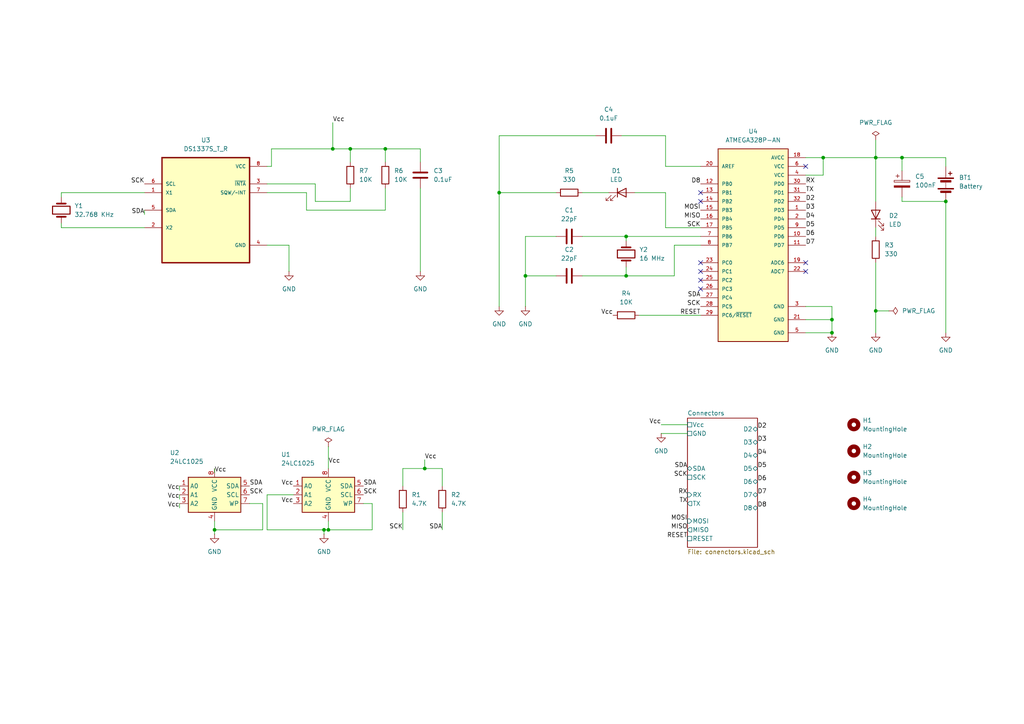
<source format=kicad_sch>
(kicad_sch (version 20231120) (generator "eeschema") (generator_version "8.0")
  (paper "A4")
  (title_block (title "${project_name}") (date "2024-09-19") (rev "1"))
  (lib_symbols
    (symbol "ATMEGA328P-AN:ATMEGA328P-AN" (pin_names (offset 1.016))
      (property "Reference" "U4" (at 0 33.02 0))
      (property "Value" "ATMEGA328P-AN" (at 0 30.48 0))
      (symbol "ATMEGA328P-AN_0_0"
        (rectangle (start -10.16 -27.94) (end 10.16 27.94) (stroke (width 0.254)) (fill (type background)))
        (pin bidirectional line (at 15.24 10.16 180) (length 5.08) (name "PD3") (number "1"))
        (pin bidirectional line (at 15.24 2.54 180) (length 5.08) (name "PD6") (number "10"))
        (pin bidirectional line (at 15.24 0 180) (length 5.08) (name "PD7") (number "11"))
        (pin bidirectional line (at -15.24 17.78 0) (length 5.08) (name "PB0") (number "12"))
        (pin bidirectional line (at -15.24 15.24 0) (length 5.08) (name "PB1") (number "13"))
        (pin bidirectional line (at -15.24 12.7 0) (length 5.08) (name "PB2") (number "14"))
        (pin bidirectional line (at -15.24 10.16 0) (length 5.08) (name "PB3") (number "15"))
        (pin bidirectional line (at -15.24 7.62 0) (length 5.08) (name "PB4") (number "16"))
        (pin bidirectional line (at -15.24 5.08 0) (length 5.08) (name "PB5") (number "17"))
        (pin power_in line (at 15.24 25.4 180) (length 5.08) (name "AVCC") (number "18"))
        (pin bidirectional line (at 15.24 -5.08 180) (length 5.08) (name "ADC6") (number "19"))
        (pin bidirectional line (at 15.24 7.62 180) (length 5.08) (name "PD4") (number "2"))
        (pin input line (at -15.24 22.86 0) (length 5.08) (name "AREF") (number "20"))
        (pin power_in line (at 15.24 -21.59 180) (length 5.08) (name "GND") (number "21"))
        (pin bidirectional line (at 15.24 -7.62 180) (length 5.08) (name "ADC7") (number "22"))
        (pin bidirectional line (at -15.24 -5.08 0) (length 5.08) (name "PC0") (number "23"))
        (pin bidirectional line (at -15.24 -7.62 0) (length 5.08) (name "PC1") (number "24"))
        (pin bidirectional line (at -15.24 -10.16 0) (length 5.08) (name "PC2") (number "25"))
        (pin bidirectional line (at -15.24 -12.7 0) (length 5.08) (name "PC3") (number "26"))
        (pin bidirectional line (at -15.24 -15.24 0) (length 5.08) (name "PC4") (number "27"))
        (pin bidirectional line (at -15.24 -17.78 0) (length 5.08) (name "PC5") (number "28"))
        (pin bidirectional line (at -15.24 -20.32 0) (length 5.08) (name "PC6/~{RESET}") (number "29"))
        (pin power_in line (at 15.24 -17.78 180) (length 5.08) (name "GND") (number "3"))
        (pin bidirectional line (at 15.24 17.78 180) (length 5.08) (name "PD0") (number "30"))
        (pin bidirectional line (at 15.24 15.24 180) (length 5.08) (name "PD1") (number "31"))
        (pin bidirectional line (at 15.24 12.7 180) (length 5.08) (name "PD2") (number "32"))
        (pin power_in line (at 15.24 20.32 180) (length 5.08) (name "VCC") (number "4"))
        (pin power_in line (at 15.24 -25.4 180) (length 5.08) (name "GND") (number "5"))
        (pin power_in line (at 15.24 22.86 180) (length 5.08) (name "VCC") (number "6"))
        (pin bidirectional line (at -15.24 2.54 0) (length 5.08) (name "PB6") (number "7"))
        (pin bidirectional line (at -15.24 0 0) (length 5.08) (name "PB7") (number "8"))
        (pin bidirectional line (at 15.24 5.08 180) (length 5.08) (name "PD5") (number "9"))
      )
    )
    (symbol "DS1337S_T_R:DS1337S_T_R" (pin_names (offset 1.016))
      (property "Reference" "U" (at -12.7 16.24 0))
      (property "Value" "DS1337S_T_R" (at -12.7 -19.24 0))
      (symbol "DS1337S_T_R_0_0"
        (rectangle (start -12.7 -15.24) (end 12.7 15.24) (stroke (width 0.41)) (fill (type background)))
        (pin input line (at -17.78 5.08 0) (length 5.08) (name "X1") (number "1"))
        (pin bidirectional line (at -17.78 -5.08 0) (length 5.08) (name "X2") (number "2"))
        (pin output line (at 17.78 7.62 180) (length 5.08) (name "~{INTA}") (number "3"))
        (pin power_in line (at 17.78 -10.16 180) (length 5.08) (name "GND") (number "4"))
        (pin bidirectional line (at -17.78 0 0) (length 5.08) (name "SDA") (number "5"))
        (pin input line (at -17.78 7.62 0) (length 5.08) (name "SCL") (number "6"))
        (pin output line (at 17.78 5.08 180) (length 5.08) (name "SQW/~INT") (number "7"))
        (pin power_in line (at 17.78 12.7 180) (length 5.08) (name "VCC") (number "8"))
      )
    )
    (symbol "Device:Battery" (pin_numbers hide) (pin_names (offset 0) hide)
      (property "Reference" "BT" (at 2.54 2.54 0))
      (property "Value" "Battery" (at 2.54 0 0))
      (symbol "Battery_0_1"
        (rectangle (start -2.286 -1.27) (end 2.286 -1.524) (fill (type outline)))
        (rectangle (start -2.286 1.778) (end 2.286 1.524) (fill (type outline)))
        (rectangle (start -1.524 -2.032) (end 1.524 -2.54) (fill (type outline)))
        (rectangle (start -1.524 1.016) (end 1.524 0.508) (fill (type outline)))
        (polyline (pts (xy 0 -1.016) (xy 0 -0.762)))
        (polyline (pts (xy 0 -0.508) (xy 0 -0.254)))
        (polyline (pts (xy 0 0) (xy 0 0.254)))
        (polyline (pts (xy 0 1.778) (xy 0 2.54)))
        (polyline (pts (xy 0.762 3.048) (xy 1.778 3.048)) (stroke (width 0.254)))
        (polyline (pts (xy 1.27 3.556) (xy 1.27 2.54)) (stroke (width 0.254)))
      )
      (symbol "Battery_1_1"
        (pin passive line (at 0 5.08 270) (length 2.54) (name "+") (number "1"))
        (pin passive line (at 0 -5.08 90) (length 2.54) (name "-") (number "2"))
      )
    )
    (symbol "Device:C" (pin_numbers hide) (pin_names (offset 0.254))
      (property "Reference" "C" (at 0.635 2.54 0))
      (property "Value" "C" (at 0.635 -2.54 0))
      (symbol "C_0_1"
        (polyline (pts (xy -2.032 -0.762) (xy 2.032 -0.762)) (stroke (width 0.508)))
        (polyline (pts (xy -2.032 0.762) (xy 2.032 0.762)) (stroke (width 0.508)))
      )
      (symbol "C_1_1"
        (pin passive line (at 0 3.81 270) (length 2.794) (name "~") (number "1"))
        (pin passive line (at 0 -3.81 90) (length 2.794) (name "~") (number "2"))
      )
    )
    (symbol "Device:C_Polarized" (pin_numbers hide) (pin_names (offset 0.254))
      (property "Reference" "C" (at 0.635 2.54 0))
      (property "Value" "C_Polarized" (at 0.635 -2.54 0))
      (symbol "C_Polarized_0_1"
        (rectangle (start -2.286 0.508) (end 2.286 1.016))
        (polyline (pts (xy -1.778 2.286) (xy -0.762 2.286)))
        (polyline (pts (xy -1.27 2.794) (xy -1.27 1.778)))
        (rectangle (start 2.286 -0.508) (end -2.286 -1.016) (fill (type outline)))
      )
      (symbol "C_Polarized_1_1"
        (pin passive line (at 0 3.81 270) (length 2.794) (name "~") (number "1"))
        (pin passive line (at 0 -3.81 90) (length 2.794) (name "~") (number "2"))
      )
    )
    (symbol "Device:Crystal" (pin_numbers hide) (pin_names (offset 1.016) hide)
      (property "Reference" "Y" (at 0 3.81 0))
      (property "Value" "Crystal" (at 0 -3.81 0))
      (symbol "Crystal_0_1"
        (rectangle (start -1.143 2.54) (end 1.143 -2.54) (stroke (width 0.3048)))
        (polyline (pts (xy -2.54 0) (xy -1.905 0)))
        (polyline (pts (xy -1.905 -1.27) (xy -1.905 1.27)) (stroke (width 0.508)))
        (polyline (pts (xy 1.905 -1.27) (xy 1.905 1.27)) (stroke (width 0.508)))
        (polyline (pts (xy 2.54 0) (xy 1.905 0)))
      )
      (symbol "Crystal_1_1"
        (pin passive line (at -3.81 0 0) (length 1.27) (name "1") (number "1"))
        (pin passive line (at 3.81 0 180) (length 1.27) (name "2") (number "2"))
      )
    )
    (symbol "Device:LED" (pin_numbers hide) (pin_names (offset 1.016) hide)
      (property "Reference" "D" (at 0 2.54 0))
      (property "Value" "LED" (at 0 -2.54 0))
      (symbol "LED_0_1"
        (polyline (pts (xy -1.27 -1.27) (xy -1.27 1.27)) (stroke (width 0.254)))
        (polyline (pts (xy -1.27 0) (xy 1.27 0)))
        (polyline (pts (xy 1.27 -1.27) (xy 1.27 1.27) (xy -1.27 0) (xy 1.27 -1.27)) (stroke (width 0.254)))
        (polyline (pts (xy -3.048 -0.762) (xy -4.572 -2.286) (xy -3.81 -2.286) (xy -4.572 -2.286) (xy -4.572 -1.524)))
        (polyline (pts (xy -1.778 -0.762) (xy -3.302 -2.286) (xy -2.54 -2.286) (xy -3.302 -2.286) (xy -3.302 -1.524)))
      )
      (symbol "LED_1_1"
        (pin passive line (at -3.81 0 0) (length 2.54) (name "K") (number "1"))
        (pin passive line (at 3.81 0 180) (length 2.54) (name "A") (number "2"))
      )
    )
    (symbol "Device:R" (pin_numbers hide) (pin_names (offset 0))
      (property "Reference" "R" (at 2.032 0 90))
      (property "Value" "R" (at 0 0 90))
      (symbol "R_0_1"
        (rectangle (start -1.016 -2.54) (end 1.016 2.54) (stroke (width 0.254)))
      )
      (symbol "R_1_1"
        (pin passive line (at 0 3.81 270) (length 1.27) (name "~") (number "1"))
        (pin passive line (at 0 -3.81 90) (length 1.27) (name "~") (number "2"))
      )
    )
    (symbol "Mechanical:MountingHole" (pin_names (offset 1.016)) (exclude_from_sim yes) (in_bom no)
      (property "Reference" "H" (at 0 5.08 0))
      (property "Value" "MountingHole" (at 0 3.175 0))
      (symbol "MountingHole_0_1"
        (circle (center 0 0) (radius 1.27) (stroke (width 1.27)))
      )
    )
    (symbol "Memory_EEPROM:24LC1025"
      (property "Reference" "U" (at -6.35 6.35 0))
      (property "Value" "24LC1025" (at 1.27 6.35 0))
      (symbol "24LC1025_1_1"
        (rectangle (start -7.62 5.08) (end 7.62 -5.08) (stroke (width 0.254)) (fill (type background)))
        (pin input line (at -10.16 2.54 0) (length 2.54) (name "A0") (number "1"))
        (pin input line (at -10.16 0 0) (length 2.54) (name "A1") (number "2"))
        (pin input line (at -10.16 -2.54 0) (length 2.54) (name "A2") (number "3"))
        (pin power_in line (at 0 -7.62 90) (length 2.54) (name "GND") (number "4"))
        (pin bidirectional line (at 10.16 2.54 180) (length 2.54) (name "SDA") (number "5"))
        (pin input line (at 10.16 0 180) (length 2.54) (name "SCL") (number "6"))
        (pin input line (at 10.16 -2.54 180) (length 2.54) (name "WP") (number "7"))
        (pin power_in line (at 0 7.62 270) (length 2.54) (name "VCC") (number "8"))
      )
    )
    (symbol "power:GND" (power) (pin_numbers hide) (pin_names (offset 0) hide)
      (property "Value" "GND" (at 0 -3.81 0))
      (symbol "GND_0_1"
        (polyline (pts (xy 0 0) (xy 0 -1.27) (xy 1.27 -1.27) (xy 0 -2.54) (xy -1.27 -1.27) (xy 0 -1.27)))
      )
      (symbol "GND_1_1"
        (pin power_in line (at 0 0 270) (length 0) (name "~") (number "1"))
      )
    )
    (symbol "power:PWR_FLAG" (power) (pin_numbers hide) (pin_names (offset 0) hide)
      (property "Value" "PWR_FLAG" (at 0 3.81 0))
      (symbol "PWR_FLAG_0_0"
        (pin power_out line (at 0 0 90) (length 0) (name "~") (number "1"))
      )
      (symbol "PWR_FLAG_0_1"
        (polyline (pts (xy 0 0) (xy 0 1.27) (xy -1.016 1.905) (xy 0 2.54) (xy 1.016 1.905) (xy 0 1.27)))
      )
    )
  )
  (junction (at 62.23 153.67))
  (junction (at 96.52 43.18))
  (junction (at 241.3 92.71))
  (junction (at 181.61 68.58))
  (junction (at 254 90.17))
  (junction (at 111.76 43.18))
  (junction (at 241.3 96.52))
  (junction (at 93.98 153.67))
  (junction (at 101.6 43.18))
  (junction (at 274.32 58.42))
  (junction (at 181.61 80.01))
  (junction (at 261.62 45.72))
  (junction (at 123.19 135.89))
  (junction (at 144.78 55.88))
  (junction (at 95.25 153.67))
  (junction (at 254 45.72))
  (junction (at 152.4 80.01))
  (junction (at 238.76 45.72))
  (no_connect (at 233.68 76.2))
  (no_connect (at 203.2 78.74))
  (no_connect (at 233.68 78.74))
  (no_connect (at 203.2 81.28))
  (no_connect (at 203.2 83.82))
  (no_connect (at 233.68 48.26))
  (no_connect (at 203.2 76.2))
  (no_connect (at 203.2 58.42))
  (no_connect (at 203.2 55.88))
  (wire (pts (xy 96.52 35.56) (xy 96.52 43.18)))
  (wire (pts (xy 52.07 146.05) (xy 52.07 147.32)))
  (wire (pts (xy 116.84 148.59) (xy 116.84 153.67)))
  (wire (pts (xy 144.78 39.37) (xy 144.78 55.88)))
  (wire (pts (xy 62.23 151.13) (xy 62.23 153.67)))
  (wire (pts (xy 161.29 80.01) (xy 152.4 80.01)))
  (wire (pts (xy 184.15 55.88) (xy 193.04 55.88)))
  (wire (pts (xy 107.95 146.05) (xy 107.95 153.67)))
  (wire (pts (xy 168.91 68.58) (xy 181.61 68.58)))
  (wire (pts (xy 77.47 53.34) (xy 91.44 53.34)))
  (wire (pts (xy 96.52 43.18) (xy 101.6 43.18)))
  (wire (pts (xy 17.78 66.04) (xy 41.91 66.04)))
  (wire (pts (xy 72.39 146.05) (xy 76.2 146.05)))
  (wire (pts (xy 233.68 92.71) (xy 241.3 92.71)))
  (wire (pts (xy 191.77 123.19) (xy 199.39 123.19)))
  (wire (pts (xy 111.76 54.61) (xy 111.76 60.96)))
  (wire (pts (xy 78.74 43.18) (xy 96.52 43.18)))
  (wire (pts (xy 261.62 58.42) (xy 274.32 58.42)))
  (wire (pts (xy 261.62 45.72) (xy 274.32 45.72)))
  (wire (pts (xy 181.61 69.85) (xy 181.61 68.58)))
  (wire (pts (xy 78.74 48.26) (xy 77.47 48.26)))
  (wire (pts (xy 233.68 88.9) (xy 241.3 88.9)))
  (wire (pts (xy 261.62 57.15) (xy 261.62 58.42)))
  (wire (pts (xy 128.27 135.89) (xy 128.27 140.97)))
  (wire (pts (xy 121.92 54.61) (xy 121.92 78.74)))
  (wire (pts (xy 52.07 143.51) (xy 52.07 144.78)))
  (wire (pts (xy 123.19 133.35) (xy 123.19 135.89)))
  (wire (pts (xy 95.25 129.54) (xy 95.25 135.89)))
  (wire (pts (xy 193.04 39.37) (xy 193.04 48.26)))
  (wire (pts (xy 254 66.04) (xy 254 68.58)))
  (wire (pts (xy 62.23 135.89) (xy 62.23 137.16)))
  (wire (pts (xy 107.95 153.67) (xy 95.25 153.67)))
  (wire (pts (xy 168.91 80.01) (xy 181.61 80.01)))
  (wire (pts (xy 274.32 58.42) (xy 274.32 96.52)))
  (wire (pts (xy 116.84 140.97) (xy 116.84 135.89)))
  (wire (pts (xy 144.78 55.88) (xy 144.78 88.9)))
  (wire (pts (xy 77.47 153.67) (xy 93.98 153.67)))
  (wire (pts (xy 52.07 140.97) (xy 52.07 142.24)))
  (wire (pts (xy 195.58 71.12) (xy 195.58 80.01)))
  (wire (pts (xy 17.78 64.77) (xy 17.78 66.04)))
  (wire (pts (xy 254 76.2) (xy 254 90.17)))
  (wire (pts (xy 77.47 55.88) (xy 88.9 55.88)))
  (wire (pts (xy 105.41 146.05) (xy 107.95 146.05)))
  (wire (pts (xy 254 90.17) (xy 257.81 90.17)))
  (wire (pts (xy 121.92 43.18) (xy 121.92 46.99)))
  (wire (pts (xy 203.2 71.12) (xy 195.58 71.12)))
  (wire (pts (xy 95.25 151.13) (xy 95.25 153.67)))
  (wire (pts (xy 41.91 60.96) (xy 41.91 62.23)))
  (wire (pts (xy 128.27 148.59) (xy 128.27 153.67)))
  (wire (pts (xy 78.74 48.26) (xy 78.74 43.18)))
  (wire (pts (xy 191.77 125.73) (xy 199.39 125.73)))
  (wire (pts (xy 238.76 50.8) (xy 238.76 45.72)))
  (wire (pts (xy 161.29 68.58) (xy 152.4 68.58)))
  (wire (pts (xy 233.68 96.52) (xy 241.3 96.52)))
  (wire (pts (xy 168.91 55.88) (xy 176.53 55.88)))
  (wire (pts (xy 193.04 48.26) (xy 203.2 48.26)))
  (wire (pts (xy 116.84 135.89) (xy 123.19 135.89)))
  (wire (pts (xy 254 45.72) (xy 261.62 45.72)))
  (wire (pts (xy 233.68 45.72) (xy 238.76 45.72)))
  (wire (pts (xy 172.72 39.37) (xy 144.78 39.37)))
  (wire (pts (xy 88.9 60.96) (xy 111.76 60.96)))
  (wire (pts (xy 83.82 71.12) (xy 83.82 78.74)))
  (wire (pts (xy 101.6 58.42) (xy 101.6 54.61)))
  (wire (pts (xy 193.04 55.88) (xy 193.04 66.04)))
  (wire (pts (xy 233.68 50.8) (xy 238.76 50.8)))
  (wire (pts (xy 101.6 43.18) (xy 111.76 43.18)))
  (wire (pts (xy 123.19 135.89) (xy 128.27 135.89)))
  (wire (pts (xy 62.23 153.67) (xy 62.23 154.94)))
  (wire (pts (xy 152.4 68.58) (xy 152.4 80.01)))
  (wire (pts (xy 195.58 80.01) (xy 181.61 80.01)))
  (wire (pts (xy 101.6 46.99) (xy 101.6 43.18)))
  (wire (pts (xy 111.76 43.18) (xy 121.92 43.18)))
  (wire (pts (xy 274.32 48.26) (xy 274.32 45.72)))
  (wire (pts (xy 93.98 153.67) (xy 93.98 154.94)))
  (wire (pts (xy 254 45.72) (xy 254 58.42)))
  (wire (pts (xy 241.3 88.9) (xy 241.3 92.71)))
  (wire (pts (xy 193.04 66.04) (xy 203.2 66.04)))
  (wire (pts (xy 85.09 143.51) (xy 77.47 143.51)))
  (wire (pts (xy 77.47 143.51) (xy 77.47 153.67)))
  (wire (pts (xy 76.2 153.67) (xy 62.23 153.67)))
  (wire (pts (xy 254 90.17) (xy 254 96.52)))
  (wire (pts (xy 91.44 58.42) (xy 101.6 58.42)))
  (wire (pts (xy 185.42 91.44) (xy 203.2 91.44)))
  (wire (pts (xy 181.61 68.58) (xy 203.2 68.58)))
  (wire (pts (xy 76.2 146.05) (xy 76.2 153.67)))
  (wire (pts (xy 111.76 43.18) (xy 111.76 46.99)))
  (wire (pts (xy 181.61 80.01) (xy 181.61 77.47)))
  (wire (pts (xy 241.3 92.71) (xy 241.3 96.52)))
  (wire (pts (xy 254 45.72) (xy 254 40.64)))
  (wire (pts (xy 17.78 55.88) (xy 41.91 55.88)))
  (wire (pts (xy 88.9 55.88) (xy 88.9 60.96)))
  (wire (pts (xy 77.47 71.12) (xy 83.82 71.12)))
  (wire (pts (xy 261.62 45.72) (xy 261.62 49.53)))
  (wire (pts (xy 161.29 55.88) (xy 144.78 55.88)))
  (wire (pts (xy 238.76 45.72) (xy 254 45.72)))
  (wire (pts (xy 17.78 55.88) (xy 17.78 57.15)))
  (wire (pts (xy 180.34 39.37) (xy 193.04 39.37)))
  (wire (pts (xy 152.4 80.01) (xy 152.4 88.9)))
  (wire (pts (xy 91.44 53.34) (xy 91.44 58.42)))
  (wire (pts (xy 95.25 153.67) (xy 93.98 153.67)))
  (label "D5" (at 233.68 66.04 0))
  (label "SCK" (at 116.84 153.67 180))
  (label "SDA" (at 41.91 62.23 180))
  (label "Vcc" (at 123.19 133.35 0))
  (label "SDA" (at 128.27 153.67 180))
  (label "D2" (at 219.71 124.46 0))
  (label "SCK" (at 203.2 88.9 180))
  (label "SCK" (at 41.91 53.34 180))
  (label "D6" (at 219.71 139.7 0))
  (label "D7" (at 219.71 143.51 0))
  (label "Vcc" (at 191.77 123.19 180))
  (label "SDA" (at 199.39 135.89 180))
  (label "SCK" (at 72.39 143.51 0))
  (label "D3" (at 233.68 60.96 0))
  (label "Vcc" (at 85.09 140.97 180))
  (label "RX" (at 233.68 53.34 0))
  (label "TX" (at 199.39 146.05 180))
  (label "SDA" (at 72.39 140.97 0))
  (label "MOSI" (at 199.39 151.13 180))
  (label "Vcc" (at 52.07 147.32 180))
  (label "SCK" (at 199.39 138.43 180))
  (label "RX" (at 199.39 143.51 180))
  (label "D8" (at 203.2 53.34 180))
  (label "SCK" (at 203.2 66.04 180))
  (label "RESET" (at 203.2 91.44 180))
  (label "Vcc" (at 62.23 137.16 0))
  (label "SCK" (at 105.41 143.51 0))
  (label "Vcc" (at 52.07 144.78 180))
  (label "Vcc" (at 52.07 142.24 180))
  (label "Vcc" (at 177.8 91.44 180))
  (label "MISO" (at 199.39 153.67 180))
  (label "D3" (at 219.71 128.27 0))
  (label "TX" (at 233.68 55.88 0))
  (label "Vcc" (at 95.25 134.62 0))
  (label "D2" (at 233.68 58.42 0))
  (label "SDA" (at 203.2 86.36 180))
  (label "MISO" (at 203.2 63.5 180))
  (label "Vcc" (at 85.09 146.05 180))
  (label "D4" (at 219.71 132.08 0))
  (label "MOSI" (at 203.2 60.96 180))
  (label "D4" (at 233.68 63.5 0))
  (label "SDA" (at 105.41 140.97 0))
  (label "D8" (at 219.71 147.32 0))
  (label "RESET" (at 199.39 156.21 180))
  (label "D6" (at 233.68 68.58 0))
  (label "D5" (at 219.71 135.89 0))
  (label "Vcc" (at 96.52 35.56 0))
  (label "D7" (at 233.68 71.12 0))
  (symbol (lib_id "power:GND") (at 93.98 154.94 0) (unit 1)
    (property "Reference" "#PWR04" (effects (hide yes)))
    (property "Value" "GND" (at 93.98 160.02 0))
    (property "Description" "Power symbol creates a global label with name \"GND\" , ground" (effects (hide yes)))
  )
  (symbol (lib_id "Device:Crystal") (at 17.78 60.96 90) (unit 1)
    (property "Reference" "Y1" (at 21.59 59.6899 90) (effects (justify right)))
    (property "Value" "32.768 KHz" (at 21.59 62.2299 90) (effects (justify right)))
    (property "Footprint" "Crystal:Crystal_SMD_5032-2Pin_5.0x3.2mm_HandSoldering" (effects (hide yes)))
    (property "Description" "Two pin crystal" (effects (hide yes)))
  )
  (symbol (lib_id "power:GND") (at 121.92 78.74 0) (unit 1)
    (property "Reference" "#PWR02" (effects (hide yes)))
    (property "Value" "GND" (at 121.92 83.82 0))
    (property "Description" "Power symbol creates a global label with name \"GND\" , ground" (effects (hide yes)))
  )
  (symbol (lib_id "Device:C") (at 165.1 68.58 90) (unit 1)
    (property "Reference" "C1" (at 165.1 60.96 90))
    (property "Value" "22pF" (at 165.1 63.5 90))
    (property "Footprint" "Capacitor_SMD:C_0805_2012Metric" (effects (hide yes)))
    (property "Description" "Unpolarized capacitor" (effects (hide yes)))
  )
  (symbol (lib_id "Device:R") (at 181.61 91.44 90) (unit 1)
    (property "Reference" "R4" (at 181.61 85.09 90))
    (property "Value" "10K" (at 181.61 87.63 90))
    (property "Footprint" "Resistor_SMD:R_0805_2012Metric" (effects (hide yes)))
    (property "Description" "Resistor" (effects (hide yes)))
  )
  (symbol (lib_id "Device:C") (at 121.92 50.8 0) (unit 1)
    (property "Reference" "C3" (at 125.73 49.5299 0) (effects (justify left)))
    (property "Value" "0.1uF" (at 125.73 52.0699 0) (effects (justify left)))
    (property "Footprint" "Capacitor_SMD:C_0805_2012Metric" (effects (hide yes)))
    (property "Description" "Unpolarized capacitor" (effects (hide yes)))
  )
  (symbol (lib_id "power:GND") (at 254 96.52 0) (unit 1)
    (property "Reference" "#PWR06" (effects (hide yes)))
    (property "Value" "GND" (at 254 101.6 0))
    (property "Description" "Power symbol creates a global label with name \"GND\" , ground" (effects (hide yes)))
  )
  (symbol (lib_id "Device:R") (at 111.76 50.8 0) (unit 1)
    (property "Reference" "R6" (at 114.3 49.5299 0) (effects (justify left)))
    (property "Value" "10K" (at 114.3 52.0699 0) (effects (justify left)))
    (property "Footprint" "Resistor_SMD:R_0805_2012Metric" (effects (hide yes)))
    (property "Description" "Resistor" (effects (hide yes)))
  )
  (symbol (lib_id "Device:R") (at 254 72.39 0) (unit 1)
    (property "Reference" "R3" (at 256.54 71.1199 0) (effects (justify left)))
    (property "Value" "330" (at 256.54 73.6599 0) (effects (justify left)))
    (property "Footprint" "Resistor_SMD:R_0805_2012Metric" (effects (hide yes)))
    (property "Description" "Resistor" (effects (hide yes)))
  )
  (symbol (lib_id "DS1337S_T_R:DS1337S_T_R") (at 59.69 60.96 0) (unit 1)
    (property "Reference" "U3" (at 59.69 40.64 0))
    (property "Value" "DS1337S_T_R" (at 59.69 43.18 0))
    (property "Footprint" "DS1337S_T_R:SOIC127P600X175-8N" (effects (hide yes)))
    (property "MF" "Analog Devices" (effects (hide yes)))
    (property "Description_1" "\nReal Time Clock (RTC) IC Clock/Calendar - I²C, 2-Wire Serial 8-SOIC (0.154, 3.90mm Width)\n" (effects (hide yes)))
    (property "Package" "SOIC-8 Maxim" (effects (hide yes)))
    (property "Price" "None" (effects (hide yes)))
    (property "SnapEDA_Link" "https://www.snapeda.com/parts/DS1337S+T/Analog+Devices/view-part/?ref=snap" (effects (hide yes)))
    (property "MP" "DS1337S+T" (effects (hide yes)))
    (property "Purchase-URL" "https://www.snapeda.com/api/url_track_click_mouser/?unipart_id=3218567&manufacturer=Analog Devices&part_name=DS1337S+T&search_term=ds1337s" (effects (hide yes)))
    (property "Availability" "Not in stock" (effects (hide yes)))
    (property "Check_prices" "https://www.snapeda.com/parts/DS1337S+T/Analog+Devices/view-part/?ref=eda" (effects (hide yes)))
  )
  (symbol (lib_id "power:GND") (at 191.77 125.73 0) (unit 1)
    (property "Reference" "#PWR010" (effects (hide yes)))
    (property "Value" "GND" (at 191.77 130.81 0))
    (property "Description" "Power symbol creates a global label with name \"GND\" , ground" (effects (hide yes)))
  )
  (symbol (lib_id "power:PWR_FLAG") (at 257.81 90.17 270) (unit 1)
    (property "Reference" "#FLG02" (effects (hide yes)))
    (property "Value" "PWR_FLAG" (at 261.62 90.1699 90) (effects (justify left)))
    (property "Description" "Special symbol for telling ERC where power comes from" (effects (hide yes)))
  )
  (symbol (lib_id "Mechanical:MountingHole") (at 247.65 146.05 0) (unit 1) (exclude_from_sim yes) (in_bom no)
    (property "Reference" "H4" (at 250.19 144.7799 0) (effects (justify left)))
    (property "Value" "MountingHole" (at 250.19 147.3199 0) (effects (justify left)))
    (property "Footprint" "MountingHole:MountingHole_2.1mm" (effects (hide yes)))
    (property "Description" "Mounting Hole without connection" (effects (hide yes)))
  )
  (symbol (lib_id "Device:Battery") (at 274.32 53.34 0) (unit 1)
    (property "Reference" "BT1" (at 278.13 51.4984 0) (effects (justify left)))
    (property "Value" "Battery" (at 278.13 54.0384 0) (effects (justify left)))
    (property "Footprint" "Connector_PinHeader_2.54mm:PinHeader_1x02_P2.54mm_Vertical" (effects (hide yes)))
    (property "Description" "Multiple-cell battery" (effects (hide yes)))
  )
  (symbol (lib_id "Memory_EEPROM:24LC1025") (at 95.25 143.51 0) (unit 1)
    (property "Reference" "U1" (at 81.534 131.826 0) (effects (justify left)))
    (property "Value" "24LC1025" (at 81.534 134.366 0) (effects (justify left)))
    (property "Footprint" "Package_SO:SOIC-8_5.23x5.23mm_P1.27mm" (effects (hide yes)))
    (property "Datasheet" "http://ww1.microchip.com/downloads/en/DeviceDoc/21941B.pdf" (effects (hide yes)))
    (property "Description" "I2C Serial EEPROM, 1024Kb, DIP-8/SOIC-8/TSSOP-8/DFN-8" (effects (hide yes)))
  )
  (symbol (lib_id "Device:R") (at 101.6 50.8 0) (unit 1)
    (property "Reference" "R7" (at 104.14 49.5299 0) (effects (justify left)))
    (property "Value" "10K" (at 104.14 52.0699 0) (effects (justify left)))
    (property "Footprint" "Resistor_SMD:R_0805_2012Metric" (effects (hide yes)))
    (property "Description" "Resistor" (effects (hide yes)))
  )
  (symbol (lib_id "power:PWR_FLAG") (at 95.25 129.54 0) (unit 1)
    (property "Reference" "#FLG03" (effects (hide yes)))
    (property "Value" "PWR_FLAG" (at 95.25 124.46 0))
    (property "Description" "Special symbol for telling ERC where power comes from" (effects (hide yes)))
  )
  (symbol (lib_id "Mechanical:MountingHole") (at 247.65 123.19 0) (unit 1) (exclude_from_sim yes) (in_bom no)
    (property "Reference" "H1" (at 250.19 121.9199 0) (effects (justify left)))
    (property "Value" "MountingHole" (at 250.19 124.4599 0) (effects (justify left)))
    (property "Footprint" "MountingHole:MountingHole_2.1mm" (effects (hide yes)))
    (property "Description" "Mounting Hole without connection" (effects (hide yes)))
  )
  (symbol (lib_id "power:GND") (at 152.4 88.9 0) (unit 1)
    (property "Reference" "#PWR08" (effects (hide yes)))
    (property "Value" "GND" (at 152.4 93.98 0))
    (property "Description" "Power symbol creates a global label with name \"GND\" , ground" (effects (hide yes)))
  )
  (symbol (lib_id "Memory_EEPROM:24LC1025") (at 62.23 143.51 0) (unit 1)
    (property "Reference" "U2" (at 49.276 131.318 0) (effects (justify left)))
    (property "Value" "24LC1025" (at 49.276 133.858 0) (effects (justify left)))
    (property "Footprint" "Package_SO:SOIC-8_5.23x5.23mm_P1.27mm" (effects (hide yes)))
    (property "Datasheet" "http://ww1.microchip.com/downloads/en/DeviceDoc/21941B.pdf" (effects (hide yes)))
    (property "Description" "I2C Serial EEPROM, 1024Kb, DIP-8/SOIC-8/TSSOP-8/DFN-8" (effects (hide yes)))
  )
  (symbol (lib_id "power:GND") (at 241.3 96.52 0) (unit 1)
    (property "Reference" "#PWR05" (effects (hide yes)))
    (property "Value" "GND" (at 241.3 101.6 0))
    (property "Description" "Power symbol creates a global label with name \"GND\" , ground" (effects (hide yes)))
  )
  (symbol (lib_id "power:GND") (at 274.32 96.52 0) (unit 1)
    (property "Reference" "#PWR07" (effects (hide yes)))
    (property "Value" "GND" (at 274.32 101.6 0))
    (property "Description" "Power symbol creates a global label with name \"GND\" , ground" (effects (hide yes)))
  )
  (symbol (lib_id "Mechanical:MountingHole") (at 247.65 130.81 0) (unit 1) (exclude_from_sim yes) (in_bom no)
    (property "Reference" "H2" (at 250.19 129.5399 0) (effects (justify left)))
    (property "Value" "MountingHole" (at 250.19 132.0799 0) (effects (justify left)))
    (property "Footprint" "MountingHole:MountingHole_2.1mm" (effects (hide yes)))
    (property "Description" "Mounting Hole without connection" (effects (hide yes)))
  )
  (symbol (lib_id "Device:C_Polarized") (at 261.62 53.34 0) (unit 1)
    (property "Reference" "C5" (at 265.43 51.1809 0) (effects (justify left)))
    (property "Value" "100nF" (at 265.43 53.7209 0) (effects (justify left)))
    (property "Footprint" "Capacitor_SMD:C_0805_2012Metric" (effects (hide yes)))
    (property "Description" "Polarized capacitor" (effects (hide yes)))
  )
  (symbol (lib_id "power:GND") (at 144.78 88.9 0) (unit 1)
    (property "Reference" "#PWR09" (effects (hide yes)))
    (property "Value" "GND" (at 144.78 93.98 0))
    (property "Description" "Power symbol creates a global label with name \"GND\" , ground" (effects (hide yes)))
  )
  (symbol (lib_id "power:PWR_FLAG") (at 254 40.64 0) (unit 1)
    (property "Reference" "#FLG01" (effects (hide yes)))
    (property "Value" "PWR_FLAG" (at 254 35.56 0))
    (property "Description" "Special symbol for telling ERC where power comes from" (effects (hide yes)))
  )
  (symbol (lib_id "Device:Crystal") (at 181.61 73.66 90) (unit 1)
    (property "Reference" "Y2" (at 185.42 72.3899 90) (effects (justify right)))
    (property "Value" "16 MHz" (at 185.42 74.9299 90) (effects (justify right)))
    (property "Footprint" "Crystal:Crystal_SMD_5032-2Pin_5.0x3.2mm_HandSoldering" (effects (hide yes)))
    (property "Description" "Two pin crystal" (effects (hide yes)))
  )
  (symbol (lib_id "Device:R") (at 128.27 144.78 0) (unit 1)
    (property "Reference" "R2" (at 130.81 143.5099 0) (effects (justify left)))
    (property "Value" "4.7K" (at 130.81 146.0499 0) (effects (justify left)))
    (property "Footprint" "Resistor_SMD:R_0805_2012Metric" (effects (hide yes)))
    (property "Description" "Resistor" (effects (hide yes)))
  )
  (symbol (lib_id "Device:LED") (at 180.34 55.88 0) (unit 1)
    (property "Reference" "D1" (at 178.7525 49.53 0))
    (property "Value" "LED" (at 178.7525 52.07 0))
    (property "Footprint" "LED_SMD:LED_0805_2012Metric" (effects (hide yes)))
    (property "Description" "Light emitting diode" (effects (hide yes)))
  )
  (symbol (lib_id "Mechanical:MountingHole") (at 247.65 138.43 0) (unit 1) (exclude_from_sim yes) (in_bom no)
    (property "Reference" "H3" (at 250.19 137.1599 0) (effects (justify left)))
    (property "Value" "MountingHole" (at 250.19 139.6999 0) (effects (justify left)))
    (property "Footprint" "MountingHole:MountingHole_2.1mm" (effects (hide yes)))
    (property "Description" "Mounting Hole without connection" (effects (hide yes)))
  )
  (symbol (lib_id "Device:R") (at 116.84 144.78 0) (unit 1)
    (property "Reference" "R1" (at 119.38 143.5099 0) (effects (justify left)))
    (property "Value" "4.7K" (at 119.38 146.0499 0) (effects (justify left)))
    (property "Footprint" "Resistor_SMD:R_0805_2012Metric" (effects (hide yes)))
    (property "Description" "Resistor" (effects (hide yes)))
  )
  (symbol (lib_id "Device:C") (at 165.1 80.01 90) (unit 1)
    (property "Reference" "C2" (at 165.1 72.39 90))
    (property "Value" "22pF" (at 165.1 74.93 90))
    (property "Footprint" "Capacitor_SMD:C_0805_2012Metric" (effects (hide yes)))
    (property "Description" "Unpolarized capacitor" (effects (hide yes)))
  )
  (symbol (lib_id "power:GND") (at 83.82 78.74 0) (unit 1)
    (property "Reference" "#PWR01" (effects (hide yes)))
    (property "Value" "GND" (at 83.82 83.82 0))
    (property "Description" "Power symbol creates a global label with name \"GND\" , ground" (effects (hide yes)))
  )
  (symbol (lib_id "Device:R") (at 165.1 55.88 90) (unit 1)
    (property "Reference" "R5" (at 165.1 49.53 90))
    (property "Value" "330" (at 165.1 52.07 90))
    (property "Footprint" "Resistor_SMD:R_0805_2012Metric" (effects (hide yes)))
    (property "Description" "Resistor" (effects (hide yes)))
  )
  (symbol (lib_id "Device:C") (at 176.53 39.37 90) (unit 1)
    (property "Reference" "C4" (at 176.53 31.75 90))
    (property "Value" "0.1uF" (at 176.53 34.29 90))
    (property "Footprint" "Capacitor_SMD:C_0805_2012Metric" (effects (hide yes)))
    (property "Description" "Unpolarized capacitor" (effects (hide yes)))
  )
  (symbol (lib_id "power:GND") (at 62.23 154.94 0) (unit 1)
    (property "Reference" "#PWR03" (effects (hide yes)))
    (property "Value" "GND" (at 62.23 160.02 0))
    (property "Description" "Power symbol creates a global label with name \"GND\" , ground" (effects (hide yes)))
  )
  (symbol (lib_id "Device:LED") (at 254 62.23 90) (unit 1)
    (property "Reference" "D2" (at 257.81 62.5474 90) (effects (justify right)))
    (property "Value" "LED" (at 257.81 65.0874 90) (effects (justify right)))
    (property "Footprint" "LED_SMD:LED_0805_2012Metric" (effects (hide yes)))
    (property "Description" "Light emitting diode" (effects (hide yes)))
  )
  (symbol (lib_id "ATMEGA328P-AN:ATMEGA328P-AN") (at 218.44 71.12 0) (unit 1)
    (property "Reference" "U4" (at 218.44 38.1 0))
    (property "Value" "ATMEGA328P-AN" (at 218.44 40.64 0))
    (property "Footprint" "ATMEGA328P-AN:QFP80P900X900X120-32N" (effects (hide yes)))
    (property "MF" "Microchip" (effects (hide yes)))
    (property "Description_1" "\nAVR AVR® ATmega Microcontroller IC 8-Bit 20MHz 32KB (16K x 16) FLASH 32-TQFP (7x7)\n" (effects (hide yes)))
    (property "Package" "TQFP-32 Microchip" (effects (hide yes)))
    (property "Price" "None" (effects (hide yes)))
    (property "Check_prices" "https://www.snapeda.com/parts/ATMEGA328P-AN/Microchip/view-part/?ref=eda" (effects (hide yes)))
    (property "SnapEDA_Link" "https://www.snapeda.com/parts/ATMEGA328P-AN/Microchip/view-part/?ref=snap" (effects (hide yes)))
    (property "MP" "ATMEGA328P-AN" (effects (hide yes)))
    (property "Availability" "In Stock" (effects (hide yes)))
    (property "MANUFACTURER" "Atmel" (effects (hide yes)))
  )
  (sheet (at 199.39 121.285) (size 20.32 37.465) (stroke (width 0.1524))
    (property "Sheetname" "Connectors" (at 199.39 120.5734 0) (effects (justify left bottom)))
    (property "Sheetfile" "conenctors.kicad_sch" (at 199.39 159.3346 0) (effects (justify left top)))
    (pin "SCK" passive (at 199.39 138.43 180))
    (pin "MISO" output (at 199.39 153.67 180))
    (pin "MOSI" input (at 199.39 151.13 180))
    (pin "Vcc" passive (at 199.39 123.19 180))
    (pin "RESET" passive (at 199.39 156.21 180))
    (pin "GND" passive (at 199.39 125.73 180))
    (pin "SDA" bidirectional (at 199.39 135.89 180))
    (pin "RX" input (at 199.39 143.51 180))
    (pin "TX" output (at 199.39 146.05 180))
    (pin "D4" bidirectional (at 219.71 132.08 0))
    (pin "D2" bidirectional (at 219.71 124.46 0))
    (pin "D3" bidirectional (at 219.71 128.27 0))
    (pin "D5" bidirectional (at 219.71 135.89 0))
    (pin "D6" bidirectional (at 219.71 139.7 0))
    (pin "D7" bidirectional (at 219.71 143.51 0))
    (pin "D8" bidirectional (at 219.71 147.32 0))
  )
)
</source>
